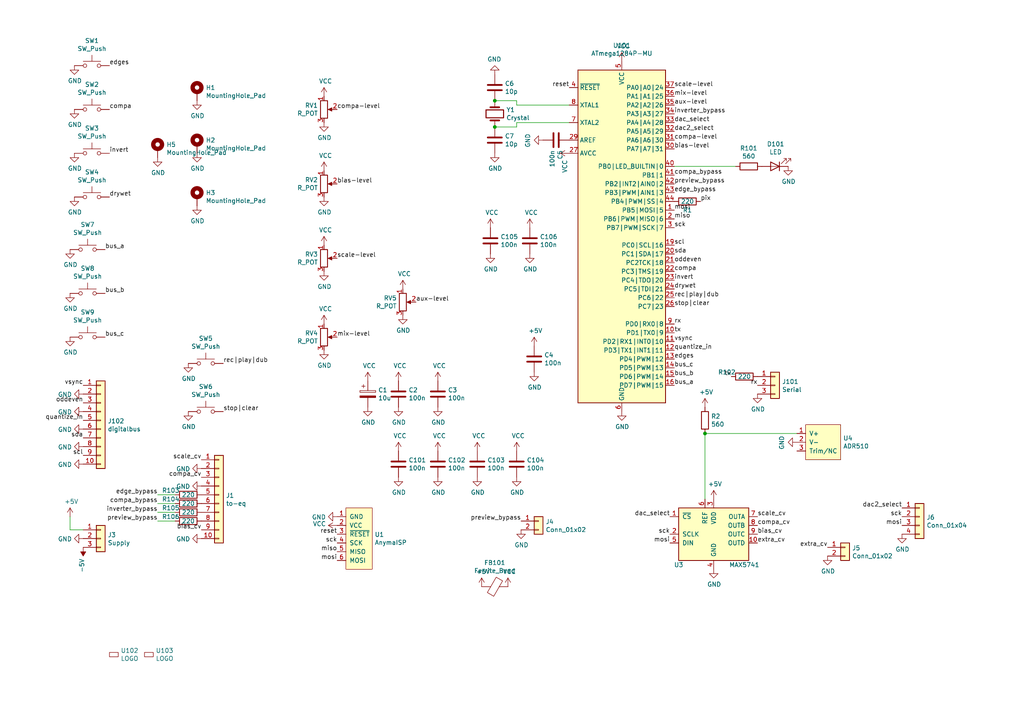
<source format=kicad_sch>
(kicad_sch (version 20211123) (generator eeschema)
  (paper "A4")
  (lib_symbols
    (symbol "Anyma_Library:AnymaISP" (pin_names (offset 1.016))
      (property "Reference" "U" (at 1.27 13.97 0))
      (property "Value" "AnymaISP" (at 3.81 -6.35 0))
      (symbol "AnymaISP_1_1"
        (pin power_out line (at -2.54 10.16 0) (length 2.54) (name "GND") (number "1"))
        (pin power_out line (at -2.54 7.62 0) (length 2.54) (name "VCC") (number "2"))
        (pin bidirectional line (at -2.54 5.08 0) (length 2.54) (name "~{RESET}") (number "3"))
        (pin bidirectional line (at -2.54 2.54 0) (length 2.54) (name "SCK") (number "4"))
        (pin bidirectional line (at -2.54 0 0) (length 2.54) (name "MISO") (number "5"))
        (pin bidirectional line (at -2.54 -2.54 0) (length 2.54) (name "MOSI") (number "6"))
      )
    )
    (symbol "Anyma_Library:LOGO" (pin_names (offset 1.016))
      (property "Reference" "U" (at 0 3.81 0))
      (property "Value" "LOGO" (at 0 0 0))
    )
    (symbol "Connector_Generic:Conn_01x02" (pin_names (offset 1.016) hide)
      (property "Reference" "J" (at 0 2.54 0))
      (property "Value" "Conn_01x02" (at 0 -5.08 0))
      (symbol "Conn_01x02_1_1"
        (pin passive line (at -5.08 0 0) (length 3.81) (name "Pin_1") (number "1"))
        (pin passive line (at -5.08 -2.54 0) (length 3.81) (name "Pin_2") (number "2"))
      )
    )
    (symbol "Connector_Generic:Conn_01x04" (pin_names (offset 1.016) hide)
      (property "Reference" "J" (at 0 5.08 0))
      (property "Value" "Conn_01x04" (at 0 -7.62 0))
      (symbol "Conn_01x04_1_1"
        (pin passive line (at -5.08 2.54 0) (length 3.81) (name "Pin_1") (number "1"))
        (pin passive line (at -5.08 0 0) (length 3.81) (name "Pin_2") (number "2"))
        (pin passive line (at -5.08 -2.54 0) (length 3.81) (name "Pin_3") (number "3"))
        (pin passive line (at -5.08 -5.08 0) (length 3.81) (name "Pin_4") (number "4"))
      )
    )
    (symbol "Device:C" (pin_numbers hide) (pin_names (offset 0.254))
      (property "Reference" "C" (at 0.635 2.54 0))
      (property "Value" "C" (at 0.635 -2.54 0))
      (symbol "C_1_1"
        (pin passive line (at 0 3.81 270) (length 2.794) (name "~") (number "1"))
        (pin passive line (at 0 -3.81 90) (length 2.794) (name "~") (number "2"))
      )
    )
    (symbol "Device:CP" (pin_numbers hide) (pin_names (offset 0.254))
      (property "Reference" "C" (at 0.635 2.54 0))
      (property "Value" "Device_CP" (at 0.635 -2.54 0))
      (symbol "CP_1_1"
        (pin passive line (at 0 3.81 270) (length 2.794) (name "~") (number "1"))
        (pin passive line (at 0 -3.81 90) (length 2.794) (name "~") (number "2"))
      )
    )
    (symbol "Device:Crystal" (pin_numbers hide) (pin_names (offset 1.016) hide)
      (property "Reference" "Y" (at 0 3.81 0))
      (property "Value" "Crystal" (at 0 -3.81 0))
      (symbol "Crystal_1_1"
        (pin passive line (at -3.81 0 0) (length 1.27) (name "1") (number "1"))
        (pin passive line (at 3.81 0 180) (length 1.27) (name "2") (number "2"))
      )
    )
    (symbol "Device:Ferrite_Bead" (pin_numbers hide) (pin_names (offset 0))
      (property "Reference" "FB" (at -3.81 0.635 90))
      (property "Value" "Device_Ferrite_Bead" (at 3.81 0 90))
      (symbol "Ferrite_Bead_1_1"
        (pin passive line (at 0 3.81 270) (length 2.54) (name "~") (number "1"))
        (pin passive line (at 0 -3.81 90) (length 2.54) (name "~") (number "2"))
      )
    )
    (symbol "Device:LED" (pin_numbers hide) (pin_names (offset 1.016) hide)
      (property "Reference" "D" (at 0 2.54 0))
      (property "Value" "LED" (at 0 -2.54 0))
      (symbol "LED_1_1"
        (pin passive line (at -3.81 0 0) (length 2.54) (name "K") (number "1"))
        (pin passive line (at 3.81 0 180) (length 2.54) (name "A") (number "2"))
      )
    )
    (symbol "Device:R" (pin_numbers hide) (pin_names (offset 0))
      (property "Reference" "R" (at 2.032 0 90))
      (property "Value" "R" (at 0 0 90))
      (symbol "R_1_1"
        (pin passive line (at 0 3.81 270) (length 1.27) (name "~") (number "1"))
        (pin passive line (at 0 -3.81 90) (length 1.27) (name "~") (number "2"))
      )
    )
    (symbol "Mechanical:MountingHole_Pad" (pin_numbers hide) (pin_names (offset 1.016) hide)
      (property "Reference" "H" (at 0 6.35 0))
      (property "Value" "MountingHole_Pad" (at 0 4.445 0))
      (symbol "MountingHole_Pad_1_1"
        (pin input line (at 0 -2.54 90) (length 2.54) (name "1") (number "1"))
      )
    )
    (symbol "power:+5V" (power) (pin_names (offset 0))
      (property "Value" "+5V" (at 0 3.556 0))
      (symbol "+5V_1_1"
        (pin power_in line (at 0 0 90) (length 0) hide (name "+5V") (number "1"))
      )
    )
    (symbol "power:-5V" (power) (pin_names (offset 0))
      (property "Value" "-5V" (at 0 3.81 0))
      (symbol "-5V_0_0"
        (pin power_in line (at 0 0 90) (length 0) hide (name "-5V") (number "1"))
      )
    )
    (symbol "power:GND" (power) (pin_names (offset 0))
      (property "Value" "GND" (at 0 -3.81 0))
      (symbol "GND_1_1"
        (pin power_in line (at 0 0 270) (length 0) hide (name "GND") (number "1"))
      )
    )
    (symbol "power:VCC" (power) (pin_names (offset 0))
      (property "Value" "VCC" (at 0 3.81 0))
      (symbol "VCC_1_1"
        (pin power_in line (at 0 0 90) (length 0) hide (name "VCC") (number "1"))
      )
    )
    (symbol "synkie_symbols:ADR510" (pin_names (offset 1.016))
      (property "Reference" "U" (at -1.27 6.35 0))
      (property "Value" "ADR510" (at 0 -6.35 0))
      (symbol "ADR510_1_1"
        (pin input line (at -7.62 2.54 0) (length 2.54) (name "V+") (number "1"))
        (pin input line (at -7.62 0 0) (length 2.54) (name "V-") (number "2"))
        (pin input line (at -7.62 -2.54 0) (length 2.54) (name "Trim/NC") (number "3"))
      )
    )
    (symbol "synkie_symbols:ATmega1284P-MU"
      (property "Reference" "U" (at -12.7 49.53 0))
      (property "Value" "ATmega1284P-MU" (at 2.54 -49.53 0))
      (symbol "ATmega1284P-MU_1_1"
        (pin bidirectional line (at 15.24 7.62 180) (length 2.54) (name "PB5|MOSI|5") (number "1"))
        (pin bidirectional line (at 15.24 -27.94 180) (length 2.54) (name "PD1|TX0|9") (number "10"))
        (pin bidirectional line (at 15.24 -30.48 180) (length 2.54) (name "PD2|RX1|INT0|10") (number "11"))
        (pin bidirectional line (at 15.24 -33.02 180) (length 2.54) (name "PD3|TX1|INT1|11") (number "12"))
        (pin bidirectional line (at 15.24 -35.56 180) (length 2.54) (name "PD4|PWM|12") (number "13"))
        (pin bidirectional line (at 15.24 -38.1 180) (length 2.54) (name "PD5|PWM|13") (number "14"))
        (pin bidirectional line (at 15.24 -40.64 180) (length 2.54) (name "PD6|PWM|14") (number "15"))
        (pin bidirectional line (at 15.24 -43.18 180) (length 2.54) (name "PD7|PWM|15") (number "16"))
        (pin passive line (at 0 50.8 270) (length 2.54) hide (name "VCC") (number "17"))
        (pin passive line (at 0 -50.8 90) (length 2.54) hide (name "GND") (number "18"))
        (pin bidirectional line (at 15.24 -2.54 180) (length 2.54) (name "PC0|SCL|16") (number "19"))
        (pin bidirectional line (at 15.24 5.08 180) (length 2.54) (name "PB6|PWM|MISO|6") (number "2"))
        (pin bidirectional line (at 15.24 -5.08 180) (length 2.54) (name "PC1|SDA|17") (number "20"))
        (pin bidirectional line (at 15.24 -7.62 180) (length 2.54) (name "PC2TCK|18") (number "21"))
        (pin bidirectional line (at 15.24 -10.16 180) (length 2.54) (name "PC3|TMS|19") (number "22"))
        (pin bidirectional line (at 15.24 -12.7 180) (length 2.54) (name "PC4|TDO|20") (number "23"))
        (pin bidirectional line (at 15.24 -15.24 180) (length 2.54) (name "PC5|TDI|21") (number "24"))
        (pin bidirectional line (at 15.24 -17.78 180) (length 2.54) (name "PC6|22") (number "25"))
        (pin bidirectional line (at 15.24 -20.32 180) (length 2.54) (name "PC7|23") (number "26"))
        (pin power_in line (at -15.24 24.13 0) (length 2.54) (name "AVCC") (number "27"))
        (pin passive line (at 0 -50.8 90) (length 2.54) hide (name "GND") (number "28"))
        (pin passive line (at -15.24 27.94 0) (length 2.54) (name "AREF") (number "29"))
        (pin bidirectional line (at 15.24 2.54 180) (length 2.54) (name "PB7|PWM|SCK|7") (number "3"))
        (pin bidirectional line (at 15.24 25.4 180) (length 2.54) (name "PA7|A7|31") (number "30"))
        (pin bidirectional line (at 15.24 27.94 180) (length 2.54) (name "PA6|A6|30") (number "31"))
        (pin bidirectional line (at 15.24 30.48 180) (length 2.54) (name "PA5|A5|29") (number "32"))
        (pin bidirectional line (at 15.24 33.02 180) (length 2.54) (name "PA4|A4|28") (number "33"))
        (pin bidirectional line (at 15.24 35.56 180) (length 2.54) (name "PA3|A3|27") (number "34"))
        (pin bidirectional line (at 15.24 38.1 180) (length 2.54) (name "PA2|A2|26") (number "35"))
        (pin bidirectional line (at 15.24 40.64 180) (length 2.54) (name "PA1|A1|25") (number "36"))
        (pin bidirectional line (at 15.24 43.18 180) (length 2.54) (name "PA0|A0|24") (number "37"))
        (pin passive line (at 0 50.8 270) (length 2.54) hide (name "VCC") (number "38"))
        (pin passive line (at 0 -50.8 90) (length 2.54) hide (name "GND") (number "39"))
        (pin input line (at -15.24 43.18 0) (length 2.54) (name "~{RESET}") (number "4"))
        (pin bidirectional line (at 15.24 20.32 180) (length 2.54) (name "PB0|LED_BUILTIN|0") (number "40"))
        (pin bidirectional line (at 15.24 17.78 180) (length 2.54) (name "PB1|1") (number "41"))
        (pin bidirectional line (at 15.24 15.24 180) (length 2.54) (name "PB2|INT2|AIN0|2") (number "42"))
        (pin bidirectional line (at 15.24 12.7 180) (length 2.54) (name "PB3|PWM|AIN1|3") (number "43"))
        (pin bidirectional line (at 15.24 10.16 180) (length 2.54) (name "PB4|PWM|SS|4") (number "44"))
        (pin passive line (at 0 -50.8 90) (length 2.54) hide (name "GND") (number "45"))
        (pin power_in line (at 0 50.8 270) (length 2.54) (name "VCC") (number "5"))
        (pin power_in line (at 0 -50.8 90) (length 2.54) (name "GND") (number "6"))
        (pin output line (at -15.24 33.02 0) (length 2.54) (name "XTAL2") (number "7"))
        (pin input line (at -15.24 38.1 0) (length 2.54) (name "XTAL1") (number "8"))
        (pin bidirectional line (at 15.24 -25.4 180) (length 2.54) (name "PD0|RX0|8") (number "9"))
      )
    )
    (symbol "synkie_symbols:Conn_01x03" (pin_names (offset 1.016) hide)
      (property "Reference" "J" (at 0 5.08 0))
      (property "Value" "Conn_01x03" (at 0 -5.08 0))
      (symbol "Conn_01x03_1_1"
        (pin passive line (at -5.08 2.54 0) (length 3.81) (name "Pin_1") (number "1"))
        (pin passive line (at -5.08 0 0) (length 3.81) (name "Pin_2") (number "2"))
        (pin passive line (at -5.08 -2.54 0) (length 3.81) (name "Pin_3") (number "3"))
      )
    )
    (symbol "synkie_symbols:Conn_01x10" (pin_names (offset 1.016) hide)
      (property "Reference" "J" (at 0 12.7 0))
      (property "Value" "Conn_01x10" (at 0 -15.24 0))
      (symbol "Conn_01x10_1_1"
        (pin passive line (at -5.08 10.16 0) (length 3.81) (name "Pin_1") (number "1"))
        (pin passive line (at -5.08 -12.7 0) (length 3.81) (name "Pin_10") (number "10"))
        (pin passive line (at -5.08 7.62 0) (length 3.81) (name "Pin_2") (number "2"))
        (pin passive line (at -5.08 5.08 0) (length 3.81) (name "Pin_3") (number "3"))
        (pin passive line (at -5.08 2.54 0) (length 3.81) (name "Pin_4") (number "4"))
        (pin passive line (at -5.08 0 0) (length 3.81) (name "Pin_5") (number "5"))
        (pin passive line (at -5.08 -2.54 0) (length 3.81) (name "Pin_6") (number "6"))
        (pin passive line (at -5.08 -5.08 0) (length 3.81) (name "Pin_7") (number "7"))
        (pin passive line (at -5.08 -7.62 0) (length 3.81) (name "Pin_8") (number "8"))
        (pin passive line (at -5.08 -10.16 0) (length 3.81) (name "Pin_9") (number "9"))
      )
    )
    (symbol "synkie_symbols:MAX5741" (pin_names (offset 1.016))
      (property "Reference" "U" (at -8.89 8.89 0))
      (property "Value" "MAX5741" (at 6.096 8.89 0))
      (symbol "MAX5741_1_1"
        (pin input line (at -12.7 5.08 0) (length 2.54) (name "~{CS}") (number "1"))
        (pin output line (at 12.7 -2.54 180) (length 2.54) (name "OUTD") (number "10"))
        (pin input line (at -12.7 0 0) (length 2.54) (name "SCLK") (number "2"))
        (pin power_in line (at 0 10.16 270) (length 2.54) (name "VDD") (number "3"))
        (pin power_in line (at 0 -10.16 90) (length 2.54) (name "GND") (number "4"))
        (pin input line (at -12.7 -2.54 0) (length 2.54) (name "DIN") (number "5"))
        (pin power_in line (at -2.54 10.16 270) (length 2.54) (name "REF") (number "6"))
        (pin output line (at 12.7 5.08 180) (length 2.54) (name "OUTA") (number "7"))
        (pin output line (at 12.7 2.54 180) (length 2.54) (name "OUTB") (number "8"))
        (pin output line (at 12.7 0 180) (length 2.54) (name "OUTC") (number "9"))
      )
    )
    (symbol "synkie_symbols:R_POT" (pin_names (offset 1.016) hide)
      (property "Reference" "RV" (at -4.445 0 90))
      (property "Value" "R_POT" (at -2.54 0 90))
      (symbol "R_POT_1_1"
        (pin passive line (at 0 3.81 270) (length 1.27) (name "1") (number "1"))
        (pin passive line (at 3.81 0 180) (length 1.27) (name "2") (number "2"))
        (pin passive line (at 0 -3.81 90) (length 1.27) (name "3") (number "3"))
      )
    )
    (symbol "synkie_symbols:SK6812MINI" (pin_names (offset 0.254))
      (property "Reference" "D" (at 5.08 5.715 0))
      (property "Value" "SK6812MINI" (at 1.27 -5.715 0))
      (symbol "SK6812MINI_0_0"
        (text "RGB" (at 2.286 -4.191 0) (effects (font (size 0.762 0.762))))
      )
      (symbol "SK6812MINI_1_1"
        (pin output line (at 7.62 0 180) (length 2.54) (name "DOUT") (number "1"))
        (pin power_in line (at 0 -7.62 90) (length 2.54) (name "VSS") (number "2"))
        (pin input line (at -7.62 0 0) (length 2.54) (name "DIN") (number "3"))
        (pin power_in line (at 0 7.62 270) (length 2.54) (name "VDD") (number "4"))
      )
    )
    (symbol "synkie_symbols:SW_Push" (pin_numbers hide) (pin_names (offset 1.016) hide)
      (property "Reference" "SW" (at 1.27 2.54 0))
      (property "Value" "SW_Push" (at 0 -1.524 0))
      (symbol "SW_Push_0_1"
        (pin passive line (at -5.08 0 0) (length 2.54) (name "1") (number "1"))
        (pin passive line (at 5.08 0 180) (length 2.54) (name "2") (number "2"))
      )
    )
  )
  (junction (at 143.51 36.83))
  (junction (at 143.51 29.21))
  (junction (at 204.47 125.73))
  (wire (pts (xy 149.86 30.48) (xy 149.86 29.21)))
  (wire (pts (xy 20.32 153.67) (xy 20.32 149.86)))
  (wire (pts (xy 165.1 30.48) (xy 149.86 30.48)))
  (wire (pts (xy 24.13 153.67) (xy 20.32 153.67)))
  (wire (pts (xy 204.47 125.73) (xy 204.47 144.78)))
  (wire (pts (xy 204.47 125.73) (xy 231.14 125.73)))
  (wire (pts (xy 149.86 36.83) (xy 143.51 36.83)))
  (wire (pts (xy 149.86 35.56) (xy 149.86 36.83)))
  (wire (pts (xy 50.8 143.51) (xy 45.72 143.51)))
  (wire (pts (xy 50.8 146.05) (xy 45.72 146.05)))
  (wire (pts (xy 149.86 29.21) (xy 143.51 29.21)))
  (wire (pts (xy 50.8 151.13) (xy 45.72 151.13)))
  (wire (pts (xy 195.58 48.26) (xy 213.36 48.26)))
  (wire (pts (xy 165.1 35.56) (xy 149.86 35.56)))
  (wire (pts (xy 50.8 148.59) (xy 45.72 148.59)))
  (label "sck" (at 97.79 157.48 180))
  (label "oddeven" (at 195.58 76.2 0))
  (label "sda" (at 195.58 73.66 0))
  (label "bias-level" (at 97.79 53.34 0))
  (label "bus_c" (at 30.48 97.79 0))
  (label "tx" (at 195.58 96.52 0))
  (label "scl" (at 195.58 71.12 0))
  (label "invert" (at 31.75 44.45 0))
  (label "stop|clear" (at 64.77 119.38 0))
  (label "bias-level" (at 195.58 43.18 0))
  (label "inverter_bypass" (at 195.58 33.02 0))
  (label "mosi" (at 195.58 60.96 0))
  (label "compa" (at 31.75 31.75 0))
  (label "aux-level" (at 120.65 87.63 0))
  (label "bias_cv" (at 219.71 154.94 0))
  (label "pix" (at 203.2 58.42 0))
  (label "bus_a" (at 30.48 72.39 0))
  (label "stop|clear" (at 195.58 88.9 0))
  (label "bus_c" (at 195.58 106.68 0))
  (label "aux-level" (at 195.58 30.48 0))
  (label "reset" (at 97.79 154.94 180))
  (label "scale-level" (at 97.79 74.93 0))
  (label "inverter_bypass" (at 45.72 148.59 180))
  (label "compa_cv" (at 219.71 152.4 0))
  (label "edges" (at 31.75 19.05 0))
  (label "scl" (at 24.13 132.08 180))
  (label "miso" (at 195.58 63.5 0))
  (label "edge_bypass" (at 195.58 55.88 0))
  (label "compa_cv" (at 58.42 138.43 180))
  (label "bias_cv" (at 58.42 153.67 180))
  (label "scale_cv" (at 219.71 149.86 0))
  (label "invert" (at 195.58 81.28 0))
  (label "scale_cv" (at 58.42 133.35 180))
  (label "compa" (at 195.58 78.74 0))
  (label "compa_bypass" (at 45.72 146.05 180))
  (label "drywet" (at 31.75 57.15 0))
  (label "rx" (at 219.71 111.76 180))
  (label "mosi" (at 194.31 157.48 180))
  (label "drywet" (at 195.58 83.82 0))
  (label "preview_bypass" (at 45.72 151.13 180))
  (label "dac2_select" (at 195.58 38.1 0))
  (label "bus_a" (at 195.58 111.76 0))
  (label "quantize_in" (at 195.58 101.6 0))
  (label "sck" (at 261.62 149.86 180))
  (label "scale-level" (at 195.58 25.4 0))
  (label "mix-level" (at 97.79 97.79 0))
  (label "edges" (at 195.58 104.14 0))
  (label "edge_bypass" (at 45.72 143.51 180))
  (label "preview_bypass" (at 195.58 53.34 0))
  (label "sck" (at 195.58 66.04 0))
  (label "pix" (at 102.87 -19.05 180))
  (label "vsync" (at 24.13 111.76 180))
  (label "preview_bypass" (at 151.13 151.13 180))
  (label "dac2_select" (at 261.62 147.32 180))
  (label "bus_b" (at 30.48 85.09 0))
  (label "extra_cv" (at 240.03 158.75 180))
  (label "mosi" (at 97.79 162.56 180))
  (label "compa-level" (at 195.58 40.64 0))
  (label "bus_b" (at 195.58 109.22 0))
  (label "extra_cv" (at 219.71 157.48 0))
  (label "dac_select" (at 195.58 35.56 0))
  (label "rx" (at 195.58 93.98 0))
  (label "miso" (at 97.79 160.02 180))
  (label "rec|play|dub" (at 195.58 86.36 0))
  (label "reset" (at 165.1 25.4 180))
  (label "tx" (at 212.09 109.22 180))
  (label "compa-level" (at 97.79 31.75 0))
  (label "mix-level" (at 195.58 27.94 0))
  (label "dac_select" (at 194.31 149.86 180))
  (label "rec|play|dub" (at 64.77 105.41 0))
  (label "sda" (at 24.13 127 180))
  (label "quantize_in" (at 24.13 121.92 180))
  (label "oddeven" (at 24.13 116.84 180))
  (label "vsync" (at 195.58 99.06 0))
  (label "compa_bypass" (at 195.58 50.8 0))
  (label "mosi" (at 261.62 152.4 180))
  (label "sck" (at 194.31 154.94 180))
  (symbol (lib_id "synkie_symbols:SW_Push") (at 26.67 19.05 0) (unit 1)
    (property "Reference" "SW1" (at 26.67 11.811 0))
    (property "Value" "SW_Push" (at 26.67 14.1224 0))
    (property "Footprint" "synkie_footprints:Alps_Tactile_Switch" (effects hide))
  )
  (symbol (lib_id "power:GND") (at 21.59 19.05 0) (unit 1)
    (property "Reference" "#PWR0101" (effects hide))
    (property "Value" "GND" (at 21.717 23.4442 0))
  )
  (symbol (lib_id "synkie_symbols:SW_Push") (at 26.67 31.75 0) (unit 1)
    (property "Reference" "SW2" (at 26.67 24.511 0))
    (property "Value" "SW_Push" (at 26.67 26.8224 0))
    (property "Footprint" "synkie_footprints:Alps_Tactile_Switch" (effects hide))
  )
  (symbol (lib_id "power:GND") (at 21.59 31.75 0) (unit 1)
    (property "Reference" "#PWR0102" (effects hide))
    (property "Value" "GND" (at 21.717 36.1442 0))
  )
  (symbol (lib_id "synkie_symbols:SW_Push") (at 26.67 44.45 0) (unit 1)
    (property "Reference" "SW3" (at 26.67 37.211 0))
    (property "Value" "SW_Push" (at 26.67 39.5224 0))
    (property "Footprint" "synkie_footprints:Alps_Tactile_Switch" (effects hide))
  )
  (symbol (lib_id "power:GND") (at 21.59 44.45 0) (unit 1)
    (property "Reference" "#PWR0103" (effects hide))
    (property "Value" "GND" (at 21.717 48.8442 0))
  )
  (symbol (lib_id "synkie_symbols:SW_Push") (at 26.67 57.15 0) (unit 1)
    (property "Reference" "SW4" (at 26.67 49.911 0))
    (property "Value" "SW_Push" (at 26.67 52.2224 0))
    (property "Footprint" "synkie_footprints:Alps_Tactile_Switch" (effects hide))
  )
  (symbol (lib_id "power:GND") (at 21.59 57.15 0) (unit 1)
    (property "Reference" "#PWR0104" (effects hide))
    (property "Value" "GND" (at 21.717 61.5442 0))
  )
  (symbol (lib_id "synkie_symbols:R_POT") (at 93.98 31.75 0) (unit 1)
    (property "Reference" "RV1" (at 92.2274 30.5816 0) (effects (justify right)))
    (property "Value" "R_POT" (at 92.2274 32.893 0) (effects (justify right)))
    (property "Footprint" "synkie_footprints:Potentiometer_Alps_RK09K_Single_Vertical" (effects hide))
  )
  (symbol (lib_id "power:GND") (at 93.98 35.56 0) (unit 1)
    (property "Reference" "#PWR0105" (effects hide))
    (property "Value" "GND" (at 94.107 39.9542 0))
  )
  (symbol (lib_id "power:VCC") (at 93.98 27.94 0) (unit 1)
    (property "Reference" "#PWR0106" (effects hide))
    (property "Value" "VCC" (at 94.4118 23.5458 0))
  )
  (symbol (lib_id "synkie_symbols:R_POT") (at 93.98 53.34 0) (unit 1)
    (property "Reference" "RV2" (at 92.2274 52.1716 0) (effects (justify right)))
    (property "Value" "R_POT" (at 92.2274 54.483 0) (effects (justify right)))
    (property "Footprint" "synkie_footprints:Potentiometer_Alps_RK09K_Single_Vertical" (effects hide))
  )
  (symbol (lib_id "power:GND") (at 93.98 57.15 0) (unit 1)
    (property "Reference" "#PWR0107" (effects hide))
    (property "Value" "GND" (at 94.107 61.5442 0))
  )
  (symbol (lib_id "power:VCC") (at 93.98 49.53 0) (unit 1)
    (property "Reference" "#PWR0108" (effects hide))
    (property "Value" "VCC" (at 94.4118 45.1358 0))
  )
  (symbol (lib_id "synkie_symbols:R_POT") (at 93.98 74.93 0) (unit 1)
    (property "Reference" "RV3" (at 92.2274 73.7616 0) (effects (justify right)))
    (property "Value" "R_POT" (at 92.2274 76.073 0) (effects (justify right)))
    (property "Footprint" "synkie_footprints:Potentiometer_Alps_RK09K_Single_Vertical" (effects hide))
  )
  (symbol (lib_id "power:GND") (at 93.98 78.74 0) (unit 1)
    (property "Reference" "#PWR0109" (effects hide))
    (property "Value" "GND" (at 94.107 83.1342 0))
  )
  (symbol (lib_id "power:VCC") (at 93.98 71.12 0) (unit 1)
    (property "Reference" "#PWR0110" (effects hide))
    (property "Value" "VCC" (at 94.4118 66.7258 0))
  )
  (symbol (lib_id "synkie_symbols:R_POT") (at 93.98 97.79 0) (unit 1)
    (property "Reference" "RV4" (at 92.2274 96.6216 0) (effects (justify right)))
    (property "Value" "R_POT" (at 92.2274 98.933 0) (effects (justify right)))
    (property "Footprint" "synkie_footprints:Potentiometer_Alps_RS6011xP_Slide" (effects hide))
  )
  (symbol (lib_id "power:GND") (at 93.98 101.6 0) (unit 1)
    (property "Reference" "#PWR0111" (effects hide))
    (property "Value" "GND" (at 94.107 105.9942 0))
  )
  (symbol (lib_id "power:VCC") (at 93.98 93.98 0) (unit 1)
    (property "Reference" "#PWR0112" (effects hide))
    (property "Value" "VCC" (at 94.4118 89.5858 0))
  )
  (symbol (lib_id "synkie_symbols:SW_Push") (at 59.69 105.41 0) (unit 1)
    (property "Reference" "SW5" (at 59.69 98.171 0))
    (property "Value" "SW_Push" (at 59.69 100.4824 0))
    (property "Footprint" "synkie_footprints:Alps_Tactile_Switch" (effects hide))
  )
  (symbol (lib_id "power:GND") (at 54.61 105.41 0) (unit 1)
    (property "Reference" "#PWR0113" (effects hide))
    (property "Value" "GND" (at 54.737 109.8042 0))
  )
  (symbol (lib_id "synkie_symbols:SW_Push") (at 59.69 119.38 0) (unit 1)
    (property "Reference" "SW6" (at 59.69 112.141 0))
    (property "Value" "SW_Push" (at 59.69 114.4524 0))
    (property "Footprint" "synkie_footprints:Alps_Tactile_Switch" (effects hide))
  )
  (symbol (lib_id "power:GND") (at 54.61 119.38 0) (unit 1)
    (property "Reference" "#PWR0114" (effects hide))
    (property "Value" "GND" (at 54.737 123.7742 0))
  )
  (symbol (lib_id "synkie_symbols:Conn_01x10") (at 63.5 143.51 0) (unit 1)
    (property "Reference" "J1" (at 65.532 143.7132 0) (effects (justify left)))
    (property "Value" "to-eq" (at 65.532 146.0246 0) (effects (justify left)))
    (property "Footprint" "synkie_footprints:IDC-Header_2x05_P2.54mm_Vertical" (effects hide))
  )
  (symbol (lib_id "Anyma_Library:AnymaISP") (at 100.33 160.02 0) (unit 1)
    (property "Reference" "U1" (at 108.6612 155.0416 0) (effects (justify left)))
    (property "Value" "AnymaISP" (at 108.6612 157.353 0) (effects (justify left)))
    (property "Footprint" "synkie_footprints:PinHeader_1x06_P2.54mm_Vertical" (effects hide))
  )
  (symbol (lib_id "power:GND") (at 180.34 119.38 0) (unit 1)
    (property "Reference" "#PWR0121" (effects hide))
    (property "Value" "GND" (at 180.467 123.7742 0))
  )
  (symbol (lib_id "power:VCC") (at 165.1 44.45 90) (unit 1)
    (property "Reference" "#PWR0122" (effects hide))
    (property "Value" "VCC" (at 163.83 48.26 0))
  )
  (symbol (lib_id "power:VCC") (at 180.34 17.78 0) (unit 1)
    (property "Reference" "#PWR0123" (effects hide))
    (property "Value" "VCC" (at 180.7718 13.3858 0))
  )
  (symbol (lib_id "power:GND") (at 97.79 149.86 270) (unit 1)
    (property "Reference" "#PWR0124" (effects hide))
    (property "Value" "GND" (at 94.5388 149.987 90) (effects (justify right)))
  )
  (symbol (lib_id "power:VCC") (at 97.79 152.4 90) (unit 1)
    (property "Reference" "#PWR0125" (effects hide))
    (property "Value" "VCC" (at 94.5642 151.9428 90) (effects (justify left)))
  )
  (symbol (lib_id "Device:R") (at 199.39 58.42 270) (unit 1)
    (property "Reference" "R1" (at 199.39 60.96 90))
    (property "Value" "220" (at 199.39 58.42 90))
    (property "Footprint" "synkie_footprints:R_0805_2012Metric_Pad1.15x1.40mm_HandSolder" (effects hide))
  )
  (symbol (lib_id "synkie_symbols:SK6812MINI") (at 110.49 -19.05 0) (unit 1)
    (property "Reference" "D1" (at 119.2276 -20.2184 0) (effects (justify left)))
    (property "Value" "SK6812MINI" (at 119.2276 -17.907 0) (effects (justify left)))
    (property "Footprint" "Anyma06:SK6812-MINI-HS" (effects hide))
    (property "Datasheet" "https://cdn-shop.adafruit.com/product-files/2686/SK6812MINI_REV.01-1-2.pdf" (effects hide))
  )
  (symbol (lib_id "power:VCC") (at 110.49 -26.67 0) (unit 1)
    (property "Reference" "#PWR0127" (effects hide))
    (property "Value" "VCC" (at 110.9218 -31.0642 0))
  )
  (symbol (lib_id "power:GND") (at 110.49 -11.43 0) (unit 1)
    (property "Reference" "#PWR0128" (effects hide))
    (property "Value" "GND" (at 110.617 -7.0358 0))
  )
  (symbol (lib_id "synkie_symbols:SK6812MINI") (at 125.73 -19.05 0) (unit 1)
    (property "Reference" "D2" (at 134.4676 -20.2184 0) (effects (justify left)))
    (property "Value" "SK6812MINI" (at 134.4676 -17.907 0) (effects (justify left)))
    (property "Footprint" "Anyma06:SK6812-MINI-HS" (effects hide))
    (property "Datasheet" "https://cdn-shop.adafruit.com/product-files/2686/SK6812MINI_REV.01-1-2.pdf" (effects hide))
  )
  (symbol (lib_id "power:VCC") (at 125.73 -26.67 0) (unit 1)
    (property "Reference" "#PWR0129" (effects hide))
    (property "Value" "VCC" (at 126.1618 -31.0642 0))
  )
  (symbol (lib_id "power:GND") (at 125.73 -11.43 0) (unit 1)
    (property "Reference" "#PWR0130" (effects hide))
    (property "Value" "GND" (at 125.857 -7.0358 0))
  )
  (symbol (lib_id "synkie_symbols:SK6812MINI") (at 140.97 -19.05 0) (unit 1)
    (property "Reference" "D3" (at 149.7076 -20.2184 0) (effects (justify left)))
    (property "Value" "SK6812MINI" (at 149.7076 -17.907 0) (effects (justify left)))
    (property "Footprint" "Anyma06:SK6812-MINI-HS" (effects hide))
    (property "Datasheet" "https://cdn-shop.adafruit.com/product-files/2686/SK6812MINI_REV.01-1-2.pdf" (effects hide))
  )
  (symbol (lib_id "power:VCC") (at 140.97 -26.67 0) (unit 1)
    (property "Reference" "#PWR0131" (effects hide))
    (property "Value" "VCC" (at 141.4018 -31.0642 0))
  )
  (symbol (lib_id "power:GND") (at 140.97 -11.43 0) (unit 1)
    (property "Reference" "#PWR0132" (effects hide))
    (property "Value" "GND" (at 141.097 -7.0358 0))
  )
  (symbol (lib_id "synkie_symbols:SK6812MINI") (at 156.21 -19.05 0) (unit 1)
    (property "Reference" "D4" (at 164.9476 -20.2184 0) (effects (justify left)))
    (property "Value" "SK6812MINI" (at 164.9476 -17.907 0) (effects (justify left)))
    (property "Footprint" "Anyma06:SK6812-MINI-HS" (effects hide))
    (property "Datasheet" "https://cdn-shop.adafruit.com/product-files/2686/SK6812MINI_REV.01-1-2.pdf" (effects hide))
  )
  (symbol (lib_id "power:VCC") (at 156.21 -26.67 0) (unit 1)
    (property "Reference" "#PWR0133" (effects hide))
    (property "Value" "VCC" (at 156.6418 -31.0642 0))
  )
  (symbol (lib_id "power:GND") (at 156.21 -11.43 0) (unit 1)
    (property "Reference" "#PWR0134" (effects hide))
    (property "Value" "GND" (at 156.337 -7.0358 0))
  )
  (symbol (lib_id "synkie_symbols:SK6812MINI") (at 171.45 -19.05 0) (unit 1)
    (property "Reference" "D5" (at 180.1876 -20.2184 0) (effects (justify left)))
    (property "Value" "SK6812MINI" (at 180.1876 -17.907 0) (effects (justify left)))
    (property "Footprint" "Anyma06:SK6812-MINI-HS" (effects hide))
    (property "Datasheet" "https://cdn-shop.adafruit.com/product-files/2686/SK6812MINI_REV.01-1-2.pdf" (effects hide))
  )
  (symbol (lib_id "power:VCC") (at 171.45 -26.67 0) (unit 1)
    (property "Reference" "#PWR0135" (effects hide))
    (property "Value" "VCC" (at 171.8818 -31.0642 0))
  )
  (symbol (lib_id "power:GND") (at 171.45 -11.43 0) (unit 1)
    (property "Reference" "#PWR0136" (effects hide))
    (property "Value" "GND" (at 171.577 -7.0358 0))
  )
  (symbol (lib_id "synkie_symbols:SK6812MINI") (at 186.69 -19.05 0) (unit 1)
    (property "Reference" "D6" (at 195.4276 -20.2184 0) (effects (justify left)))
    (property "Value" "SK6812MINI" (at 195.4276 -17.907 0) (effects (justify left)))
    (property "Footprint" "Anyma06:SK6812-MINI-HS" (effects hide))
    (property "Datasheet" "https://cdn-shop.adafruit.com/product-files/2686/SK6812MINI_REV.01-1-2.pdf" (effects hide))
  )
  (symbol (lib_id "power:VCC") (at 186.69 -26.67 0) (unit 1)
    (property "Reference" "#PWR0137" (effects hide))
    (property "Value" "VCC" (at 187.1218 -31.0642 0))
  )
  (symbol (lib_id "power:GND") (at 186.69 -11.43 0) (unit 1)
    (property "Reference" "#PWR0138" (effects hide))
    (property "Value" "GND" (at 186.817 -7.0358 0))
  )
  (symbol (lib_id "synkie_symbols:ADR510") (at 238.76 128.27 0) (unit 1)
    (property "Reference" "U4" (at 244.5512 127.1016 0) (effects (justify left)))
    (property "Value" "ADR510" (at 244.5512 129.413 0) (effects (justify left)))
    (property "Footprint" "synkie_footprints:SOT-23" (effects hide))
  )
  (symbol (lib_id "Device:C") (at 154.94 104.14 0) (unit 1)
    (property "Reference" "C4" (at 157.861 102.9716 0) (effects (justify left)))
    (property "Value" "100n" (at 157.861 105.283 0) (effects (justify left)))
    (property "Footprint" "synkie_footprints:R_0603_1608Metric_Pad1.05x0.95mm_HandSolder" (effects hide))
  )
  (symbol (lib_id "power:+5V") (at 154.94 100.33 0) (unit 1)
    (property "Reference" "#PWR0118" (effects hide))
    (property "Value" "+5V" (at 155.321 95.9358 0))
  )
  (symbol (lib_id "Device:C") (at 127 114.3 0) (unit 1)
    (property "Reference" "C3" (at 129.921 113.1316 0) (effects (justify left)))
    (property "Value" "100n" (at 129.921 115.443 0) (effects (justify left)))
    (property "Footprint" "synkie_footprints:R_0603_1608Metric_Pad1.05x0.95mm_HandSolder" (effects hide))
  )
  (symbol (lib_id "power:GND") (at 127 118.11 0) (unit 1)
    (property "Reference" "#PWR0119" (effects hide))
    (property "Value" "GND" (at 127.127 122.5042 0))
  )
  (symbol (lib_id "power:VCC") (at 127 110.49 0) (unit 1)
    (property "Reference" "#PWR0120" (effects hide))
    (property "Value" "VCC" (at 127.4318 106.0958 0))
  )
  (symbol (lib_id "Device:C") (at 115.57 114.3 0) (unit 1)
    (property "Reference" "C2" (at 118.491 113.1316 0) (effects (justify left)))
    (property "Value" "100n" (at 118.491 115.443 0) (effects (justify left)))
    (property "Footprint" "synkie_footprints:R_0603_1608Metric_Pad1.05x0.95mm_HandSolder" (effects hide))
  )
  (symbol (lib_id "power:GND") (at 115.57 118.11 0) (unit 1)
    (property "Reference" "#PWR0126" (effects hide))
    (property "Value" "GND" (at 115.697 122.5042 0))
  )
  (symbol (lib_id "power:VCC") (at 115.57 110.49 0) (unit 1)
    (property "Reference" "#PWR0139" (effects hide))
    (property "Value" "VCC" (at 116.0018 106.0958 0))
  )
  (symbol (lib_id "synkie_symbols:MAX5741") (at 207.01 154.94 0) (unit 1)
    (property "Reference" "U3" (at 196.85 163.83 0))
    (property "Value" "MAX5741" (at 215.9 163.83 0))
    (property "Footprint" "Package_SO:MSOP-10_3x3mm_P0.5mm" (effects hide))
    (property "Datasheet" "https://datasheets.maximintegrated.com/en/ds/MAX5741.pdf" (effects hide))
  )
  (symbol (lib_id "power:+5V") (at 207.01 144.78 0) (unit 1)
    (property "Reference" "#PWR0140" (effects hide))
    (property "Value" "+5V" (at 207.391 140.3858 0))
  )
  (symbol (lib_id "power:+5V") (at 204.47 118.11 0) (unit 1)
    (property "Reference" "#PWR0141" (effects hide))
    (property "Value" "+5V" (at 204.851 113.7158 0))
  )
  (symbol (lib_id "Device:R") (at 204.47 121.92 0) (unit 1)
    (property "Reference" "R2" (at 206.248 120.7516 0) (effects (justify left)))
    (property "Value" "560" (at 206.248 123.063 0) (effects (justify left)))
    (property "Footprint" "synkie_footprints:R_0805_2012Metric_Pad1.15x1.40mm_HandSolder" (effects hide))
  )
  (symbol (lib_id "synkie_symbols:Conn_01x03") (at 29.21 156.21 0) (unit 1)
    (property "Reference" "J3" (at 31.242 155.1432 0) (effects (justify left)))
    (property "Value" "Supply" (at 31.242 157.4546 0) (effects (justify left)))
    (property "Footprint" "synkie_footprints:Molex_KK-254_AE-6410-03A_1x03_P2.54mm_Vertical" (effects hide))
  )
  (symbol (lib_id "power:GND") (at 24.13 114.3 270) (unit 1)
    (property "Reference" "#PWR0143" (effects hide))
    (property "Value" "GND" (at 20.8788 114.427 90) (effects (justify right)))
  )
  (symbol (lib_id "power:+5V") (at 20.32 149.86 0) (unit 1)
    (property "Reference" "#PWR0145" (effects hide))
    (property "Value" "+5V" (at 20.701 145.4658 0))
  )
  (symbol (lib_id "power:-5V") (at 24.13 158.75 180) (unit 1)
    (property "Reference" "#PWR0146" (effects hide))
    (property "Value" "-5V" (at 23.749 162.0012 90) (effects (justify left)))
  )
  (symbol (lib_id "power:VCC") (at 106.68 110.49 0) (unit 1)
    (property "Reference" "#PWR0147" (effects hide))
    (property "Value" "VCC" (at 107.1118 106.0958 0))
  )
  (symbol (lib_id "Device:CP") (at 106.68 114.3 0) (unit 1)
    (property "Reference" "C1" (at 109.6772 113.1316 0) (effects (justify left)))
    (property "Value" "10u" (at 109.6772 115.443 0) (effects (justify left)))
    (property "Footprint" "synkie_footprints:CP_EIA-3528-21_Kemet-B_Pad1.50x2.35mm_HandSolder" (effects hide))
  )
  (symbol (lib_id "power:GND") (at 106.68 118.11 0) (unit 1)
    (property "Reference" "#PWR0148" (effects hide))
    (property "Value" "GND" (at 106.807 122.5042 0))
  )
  (symbol (lib_id "synkie_symbols:SW_Push") (at 25.4 72.39 0) (unit 1)
    (property "Reference" "SW7" (at 25.4 65.151 0))
    (property "Value" "SW_Push" (at 25.4 67.4624 0))
    (property "Footprint" "synkie_footprints:Alps_Tactile_Switch" (effects hide))
  )
  (symbol (lib_id "power:GND") (at 20.32 72.39 0) (unit 1)
    (property "Reference" "#PWR0155" (effects hide))
    (property "Value" "GND" (at 20.447 76.7842 0))
  )
  (symbol (lib_id "synkie_symbols:SW_Push") (at 25.4 85.09 0) (unit 1)
    (property "Reference" "SW8" (at 25.4 77.851 0))
    (property "Value" "SW_Push" (at 25.4 80.1624 0))
    (property "Footprint" "synkie_footprints:Alps_Tactile_Switch" (effects hide))
  )
  (symbol (lib_id "power:GND") (at 20.32 85.09 0) (unit 1)
    (property "Reference" "#PWR0156" (effects hide))
    (property "Value" "GND" (at 20.447 89.4842 0))
  )
  (symbol (lib_id "synkie_symbols:SW_Push") (at 25.4 97.79 0) (unit 1)
    (property "Reference" "SW9" (at 25.4 90.551 0))
    (property "Value" "SW_Push" (at 25.4 92.8624 0))
    (property "Footprint" "synkie_footprints:Alps_Tactile_Switch" (effects hide))
  )
  (symbol (lib_id "power:GND") (at 20.32 97.79 0) (unit 1)
    (property "Reference" "#PWR0157" (effects hide))
    (property "Value" "GND" (at 20.447 102.1842 0))
  )
  (symbol (lib_id "synkie_symbols:R_POT") (at 116.84 87.63 0) (unit 1)
    (property "Reference" "RV5" (at 115.0874 86.4616 0) (effects (justify right)))
    (property "Value" "R_POT" (at 115.0874 88.773 0) (effects (justify right)))
    (property "Footprint" "synkie_footprints:Potentiometer_Alps_RK09K_Single_Vertical" (effects hide))
  )
  (symbol (lib_id "power:GND") (at 116.84 91.44 0) (unit 1)
    (property "Reference" "#PWR0158" (effects hide))
    (property "Value" "GND" (at 116.967 95.8342 0))
  )
  (symbol (lib_id "power:VCC") (at 116.84 83.82 0) (unit 1)
    (property "Reference" "#PWR0159" (effects hide))
    (property "Value" "VCC" (at 117.2718 79.4258 0))
  )
  (symbol (lib_id "synkie_symbols:SK6812MINI") (at 201.93 -19.05 0) (unit 1)
    (property "Reference" "D7" (at 210.6676 -20.2184 0) (effects (justify left)))
    (property "Value" "SK6812MINI" (at 210.6676 -17.907 0) (effects (justify left)))
    (property "Footprint" "Anyma06:SK6812-MINI-HS" (effects hide))
    (property "Datasheet" "https://cdn-shop.adafruit.com/product-files/2686/SK6812MINI_REV.01-1-2.pdf" (effects hide))
  )
  (symbol (lib_id "power:VCC") (at 201.93 -26.67 0) (unit 1)
    (property "Reference" "#PWR0161" (effects hide))
    (property "Value" "VCC" (at 202.3618 -31.0642 0))
  )
  (symbol (lib_id "power:GND") (at 201.93 -11.43 0) (unit 1)
    (property "Reference" "#PWR0162" (effects hide))
    (property "Value" "GND" (at 202.057 -7.0358 0))
  )
  (symbol (lib_id "synkie_symbols:SK6812MINI") (at 217.17 -19.05 0) (unit 1)
    (property "Reference" "D8" (at 225.9076 -20.2184 0) (effects (justify left)))
    (property "Value" "SK6812MINI" (at 225.9076 -17.907 0) (effects (justify left)))
    (property "Footprint" "Anyma06:SK6812-MINI-HS" (effects hide))
    (property "Datasheet" "https://cdn-shop.adafruit.com/product-files/2686/SK6812MINI_REV.01-1-2.pdf" (effects hide))
  )
  (symbol (lib_id "power:VCC") (at 217.17 -26.67 0) (unit 1)
    (property "Reference" "#PWR0163" (effects hide))
    (property "Value" "VCC" (at 217.6018 -31.0642 0))
  )
  (symbol (lib_id "power:GND") (at 217.17 -11.43 0) (unit 1)
    (property "Reference" "#PWR0164" (effects hide))
    (property "Value" "GND" (at 217.297 -7.0358 0))
  )
  (symbol (lib_id "synkie_symbols:SK6812MINI") (at 232.41 -19.05 0) (unit 1)
    (property "Reference" "D9" (at 241.1476 -20.2184 0) (effects (justify left)))
    (property "Value" "SK6812MINI" (at 241.1476 -17.907 0) (effects (justify left)))
    (property "Footprint" "Anyma06:SK6812-MINI-HS" (effects hide))
    (property "Datasheet" "https://cdn-shop.adafruit.com/product-files/2686/SK6812MINI_REV.01-1-2.pdf" (effects hide))
  )
  (symbol (lib_id "power:VCC") (at 232.41 -26.67 0) (unit 1)
    (property "Reference" "#PWR0165" (effects hide))
    (property "Value" "VCC" (at 232.8418 -31.0642 0))
  )
  (symbol (lib_id "power:GND") (at 232.41 -11.43 0) (unit 1)
    (property "Reference" "#PWR0166" (effects hide))
    (property "Value" "GND" (at 232.537 -7.0358 0))
  )
  (symbol (lib_id "Device:Crystal") (at 143.51 33.02 270) (unit 1)
    (property "Reference" "Y1" (at 146.8374 31.8516 90) (effects (justify left)))
    (property "Value" "Crystal" (at 146.8374 34.163 90) (effects (justify left)))
    (property "Footprint" "Crystal:Crystal_SMD_HC49-SD" (effects hide))
  )
  (symbol (lib_id "Device:C") (at 143.51 25.4 0) (unit 1)
    (property "Reference" "C6" (at 146.431 24.2316 0) (effects (justify left)))
    (property "Value" "10p" (at 146.431 26.543 0) (effects (justify left)))
    (property "Footprint" "synkie_footprints:R_0805_2012Metric_Pad1.15x1.40mm_HandSolder" (effects hide))
  )
  (symbol (lib_id "Device:C") (at 143.51 40.64 0) (unit 1)
    (property "Reference" "C7" (at 146.431 39.4716 0) (effects (justify left)))
    (property "Value" "10p" (at 146.431 41.783 0) (effects (justify left)))
    (property "Footprint" "synkie_footprints:R_0805_2012Metric_Pad1.15x1.40mm_HandSolder" (effects hide))
  )
  (symbol (lib_id "power:GND") (at 143.51 44.45 0) (unit 1)
    (property "Reference" "#PWR0174" (effects hide))
    (property "Value" "GND" (at 143.637 48.8442 0))
  )
  (symbol (lib_id "power:GND") (at 143.51 21.59 180) (unit 1)
    (property "Reference" "#PWR0175" (effects hide))
    (property "Value" "GND" (at 143.383 17.1958 0))
  )
  (symbol (lib_id "Device:C") (at 161.29 40.64 270) (unit 1)
    (property "Reference" "C5" (at 162.4584 43.561 0) (effects (justify left)))
    (property "Value" "100n" (at 160.147 43.561 0) (effects (justify left)))
    (property "Footprint" "synkie_footprints:R_0603_1608Metric_Pad1.05x0.95mm_HandSolder" (effects hide))
  )
  (symbol (lib_id "power:GND") (at 157.48 40.64 270) (unit 1)
    (property "Reference" "#PWR0176" (effects hide))
    (property "Value" "GND" (at 153.0858 40.767 0))
  )
  (symbol (lib_id "Connector_Generic:Conn_01x04") (at 266.7 149.86 0) (unit 1)
    (property "Reference" "J6" (at 268.732 150.0632 0) (effects (justify left)))
    (property "Value" "Conn_01x04" (at 268.732 152.3746 0) (effects (justify left)))
    (property "Footprint" "synkie_footprints:Molex_KK-254_AE-6410-04A_1x04_P2.54mm_Vertical" (effects hide))
  )
  (symbol (lib_id "power:GND") (at 261.62 154.94 0) (unit 1)
    (property "Reference" "#PWR0177" (effects hide))
    (property "Value" "GND" (at 261.747 159.3342 0))
  )
  (symbol (lib_id "Connector_Generic:Conn_01x02") (at 245.11 158.75 0) (unit 1)
    (property "Reference" "J5" (at 247.142 158.9532 0) (effects (justify left)))
    (property "Value" "Conn_01x02" (at 247.142 161.2646 0) (effects (justify left)))
    (property "Footprint" "synkie_footprints:Molex_KK-254_AE-6410-02A_1x02_P2.54mm_Vertical" (effects hide))
  )
  (symbol (lib_id "Mechanical:MountingHole_Pad") (at 57.15 26.67 0) (unit 1)
    (property "Reference" "H1" (at 59.69 25.4254 0) (effects (justify left)))
    (property "Value" "MountingHole_Pad" (at 59.69 27.7368 0) (effects (justify left)))
    (property "Footprint" "MountingHole:MountingHole_2.7mm_M2.5_DIN965_Pad" (effects hide))
  )
  (symbol (lib_id "power:GND") (at 57.15 29.21 0) (unit 1)
    (property "Reference" "#PWR0179" (effects hide))
    (property "Value" "GND" (at 57.277 33.6042 0))
  )
  (symbol (lib_id "Mechanical:MountingHole_Pad") (at 57.15 41.91 0) (unit 1)
    (property "Reference" "H2" (at 59.69 40.6654 0) (effects (justify left)))
    (property "Value" "MountingHole_Pad" (at 59.69 42.9768 0) (effects (justify left)))
    (property "Footprint" "MountingHole:MountingHole_2.7mm_M2.5_DIN965_Pad" (effects hide))
  )
  (symbol (lib_id "power:GND") (at 57.15 44.45 0) (unit 1)
    (property "Reference" "#PWR0180" (effects hide))
    (property "Value" "GND" (at 57.277 48.8442 0))
  )
  (symbol (lib_id "Mechanical:MountingHole_Pad") (at 57.15 57.15 0) (unit 1)
    (property "Reference" "H3" (at 59.69 55.9054 0) (effects (justify left)))
    (property "Value" "MountingHole_Pad" (at 59.69 58.2168 0) (effects (justify left)))
    (property "Footprint" "MountingHole:MountingHole_2.7mm_M2.5_DIN965_Pad" (effects hide))
  )
  (symbol (lib_id "power:GND") (at 57.15 59.69 0) (unit 1)
    (property "Reference" "#PWR0181" (effects hide))
    (property "Value" "GND" (at 57.277 64.0842 0))
  )
  (symbol (lib_id "Connector_Generic:Conn_01x02") (at 156.21 151.13 0) (unit 1)
    (property "Reference" "J4" (at 158.242 151.3332 0) (effects (justify left)))
    (property "Value" "Conn_01x02" (at 158.242 153.6446 0) (effects (justify left)))
    (property "Footprint" "synkie_footprints:Molex_KK-254_AE-6410-02A_1x02_P2.54mm_Vertical" (effects hide))
  )
  (symbol (lib_id "power:GND") (at 151.13 153.67 0) (unit 1)
    (property "Reference" "#PWR0182" (effects hide))
    (property "Value" "GND" (at 151.257 158.0642 0))
  )
  (symbol (lib_id "synkie_symbols:ATmega1284P-MU") (at 180.34 68.58 0) (unit 1)
    (property "Reference" "U101" (at 180.34 13.1826 0))
    (property "Value" "ATmega1284P-MU" (at 180.34 15.494 0))
    (property "Footprint" "Package_DFN_QFN:QFN-44-1EP_7x7mm_P0.5mm_EP5.2x5.2mm" (effects hide))
    (property "Datasheet" "http://ww1.microchip.com/downloads/en/DeviceDoc/Atmel-8272-8-bit-AVR-microcontroller-ATmega164A_PA-324A_PA-644A_PA-1284_P_datasheet.pdf" (effects hide))
  )
  (symbol (lib_id "synkie_symbols:Conn_01x03") (at 224.79 111.76 0) (unit 1)
    (property "Reference" "J101" (at 226.822 110.6932 0) (effects (justify left)))
    (property "Value" "Serial" (at 226.822 113.0046 0) (effects (justify left)))
    (property "Footprint" "synkie_footprints:Molex_KK-254_AE-6410-03A_1x03_P2.54mm_Vertical" (effects hide))
  )
  (symbol (lib_id "power:GND") (at 219.71 114.3 0) (unit 1)
    (property "Reference" "#PWR0144" (effects hide))
    (property "Value" "GND" (at 219.837 118.6942 0))
  )
  (symbol (lib_id "synkie_symbols:Conn_01x10") (at 29.21 121.92 0) (unit 1)
    (property "Reference" "J102" (at 31.242 122.1232 0) (effects (justify left)))
    (property "Value" "digitalbus" (at 31.242 124.4346 0) (effects (justify left)))
    (property "Footprint" "synkie_footprints:IDC-Header_2x05_P2.54mm_Vertical" (effects hide))
  )
  (symbol (lib_id "power:GND") (at 24.13 119.38 270) (unit 1)
    (property "Reference" "#PWR0160" (effects hide))
    (property "Value" "GND" (at 20.8788 119.507 90) (effects (justify right)))
  )
  (symbol (lib_id "power:GND") (at 24.13 124.46 270) (unit 1)
    (property "Reference" "#PWR0183" (effects hide))
    (property "Value" "GND" (at 20.8788 124.587 90) (effects (justify right)))
  )
  (symbol (lib_id "power:GND") (at 24.13 129.54 270) (unit 1)
    (property "Reference" "#PWR0184" (effects hide))
    (property "Value" "GND" (at 20.8788 129.667 90) (effects (justify right)))
  )
  (symbol (lib_id "power:GND") (at 24.13 134.62 270) (unit 1)
    (property "Reference" "#PWR0185" (effects hide))
    (property "Value" "GND" (at 20.8788 134.747 90) (effects (justify right)))
  )
  (symbol (lib_id "power:+5V") (at 139.7 170.18 0) (unit 1)
    (property "Reference" "#PWR0186" (effects hide))
    (property "Value" "+5V" (at 140.081 165.7858 0))
  )
  (symbol (lib_id "Device:Ferrite_Bead") (at 143.51 170.18 270) (unit 1)
    (property "Reference" "FB101" (at 143.51 163.2204 90))
    (property "Value" "Ferrite_Bead" (at 143.51 165.5318 90))
    (property "Footprint" "synkie_footprints:L_0805_2012Metric_Pad1.15x1.40mm_HandSolder" (effects hide))
  )
  (symbol (lib_id "power:VCC") (at 147.32 170.18 0) (unit 1)
    (property "Reference" "#PWR0187" (effects hide))
    (property "Value" "VCC" (at 147.7518 165.7858 0))
  )
  (symbol (lib_id "Device:R") (at 54.61 143.51 270) (unit 1)
    (property "Reference" "R103" (at 49.53 142.24 90))
    (property "Value" "220" (at 54.61 143.51 90))
    (property "Footprint" "synkie_footprints:R_0805_2012Metric_Pad1.15x1.40mm_HandSolder" (effects hide))
  )
  (symbol (lib_id "Device:R") (at 54.61 146.05 270) (unit 1)
    (property "Reference" "R104" (at 49.53 144.78 90))
    (property "Value" "220" (at 54.61 146.05 90))
    (property "Footprint" "synkie_footprints:R_0805_2012Metric_Pad1.15x1.40mm_HandSolder" (effects hide))
  )
  (symbol (lib_id "Device:R") (at 54.61 148.59 270) (unit 1)
    (property "Reference" "R105" (at 49.53 147.32 90))
    (property "Value" "220" (at 54.61 148.59 90))
    (property "Footprint" "synkie_footprints:R_0805_2012Metric_Pad1.15x1.40mm_HandSolder" (effects hide))
  )
  (symbol (lib_id "Device:R") (at 54.61 151.13 270) (unit 1)
    (property "Reference" "R106" (at 49.53 149.86 90))
    (property "Value" "220" (at 54.61 151.13 90))
    (property "Footprint" "synkie_footprints:R_0805_2012Metric_Pad1.15x1.40mm_HandSolder" (effects hide))
  )
  (symbol (lib_id "Device:R") (at 215.9 109.22 270) (unit 1)
    (property "Reference" "R102" (at 210.82 107.95 90))
    (property "Value" "220" (at 215.9 109.22 90))
    (property "Footprint" "synkie_footprints:R_0805_2012Metric_Pad1.15x1.40mm_HandSolder" (effects hide))
  )
  (symbol (lib_id "Device:C") (at 127 134.62 0) (unit 1)
    (property "Reference" "C102" (at 129.921 133.4516 0) (effects (justify left)))
    (property "Value" "100n" (at 129.921 135.763 0) (effects (justify left)))
    (property "Footprint" "synkie_footprints:R_0603_1608Metric_Pad1.05x0.95mm_HandSolder" (effects hide))
  )
  (symbol (lib_id "power:GND") (at 127 138.43 0) (unit 1)
    (property "Reference" "#PWR0188" (effects hide))
    (property "Value" "GND" (at 127.127 142.8242 0))
  )
  (symbol (lib_id "power:VCC") (at 127 130.81 0) (unit 1)
    (property "Reference" "#PWR0189" (effects hide))
    (property "Value" "VCC" (at 127.4318 126.4158 0))
  )
  (symbol (lib_id "Device:C") (at 115.57 134.62 0) (unit 1)
    (property "Reference" "C101" (at 118.491 133.4516 0) (effects (justify left)))
    (property "Value" "100n" (at 118.491 135.763 0) (effects (justify left)))
    (property "Footprint" "synkie_footprints:R_0603_1608Metric_Pad1.05x0.95mm_HandSolder" (effects hide))
  )
  (symbol (lib_id "power:GND") (at 115.57 138.43 0) (unit 1)
    (property "Reference" "#PWR0190" (effects hide))
    (property "Value" "GND" (at 115.697 142.8242 0))
  )
  (symbol (lib_id "power:VCC") (at 115.57 130.81 0) (unit 1)
    (property "Reference" "#PWR0191" (effects hide))
    (property "Value" "VCC" (at 116.0018 126.4158 0))
  )
  (symbol (lib_id "Device:C") (at 149.86 134.62 0) (unit 1)
    (property "Reference" "C104" (at 152.781 133.4516 0) (effects (justify left)))
    (property "Value" "100n" (at 152.781 135.763 0) (effects (justify left)))
    (property "Footprint" "synkie_footprints:R_0603_1608Metric_Pad1.05x0.95mm_HandSolder" (effects hide))
  )
  (symbol (lib_id "power:GND") (at 149.86 138.43 0) (unit 1)
    (property "Reference" "#PWR0192" (effects hide))
    (property "Value" "GND" (at 149.987 142.8242 0))
  )
  (symbol (lib_id "power:VCC") (at 149.86 130.81 0) (unit 1)
    (property "Reference" "#PWR0193" (effects hide))
    (property "Value" "VCC" (at 150.2918 126.4158 0))
  )
  (symbol (lib_id "Device:C") (at 138.43 134.62 0) (unit 1)
    (property "Reference" "C103" (at 141.351 133.4516 0) (effects (justify left)))
    (property "Value" "100n" (at 141.351 135.763 0) (effects (justify left)))
    (property "Footprint" "synkie_footprints:R_0603_1608Metric_Pad1.05x0.95mm_HandSolder" (effects hide))
  )
  (symbol (lib_id "power:GND") (at 138.43 138.43 0) (unit 1)
    (property "Reference" "#PWR0194" (effects hide))
    (property "Value" "GND" (at 138.557 142.8242 0))
  )
  (symbol (lib_id "power:VCC") (at 138.43 130.81 0) (unit 1)
    (property "Reference" "#PWR0195" (effects hide))
    (property "Value" "VCC" (at 138.8618 126.4158 0))
  )
  (symbol (lib_id "Device:C") (at 153.67 69.85 0) (unit 1)
    (property "Reference" "C106" (at 156.591 68.6816 0) (effects (justify left)))
    (property "Value" "100n" (at 156.591 70.993 0) (effects (justify left)))
    (property "Footprint" "synkie_footprints:R_0603_1608Metric_Pad1.05x0.95mm_HandSolder" (effects hide))
  )
  (symbol (lib_id "power:GND") (at 153.67 73.66 0) (unit 1)
    (property "Reference" "#PWR0196" (effects hide))
    (property "Value" "GND" (at 153.797 78.0542 0))
  )
  (symbol (lib_id "power:VCC") (at 153.67 66.04 0) (unit 1)
    (property "Reference" "#PWR0197" (effects hide))
    (property "Value" "VCC" (at 154.1018 61.6458 0))
  )
  (symbol (lib_id "Device:C") (at 142.24 69.85 0) (unit 1)
    (property "Reference" "C105" (at 145.161 68.6816 0) (effects (justify left)))
    (property "Value" "100n" (at 145.161 70.993 0) (effects (justify left)))
    (property "Footprint" "synkie_footprints:R_0603_1608Metric_Pad1.05x0.95mm_HandSolder" (effects hide))
  )
  (symbol (lib_id "power:GND") (at 142.24 73.66 0) (unit 1)
    (property "Reference" "#PWR0198" (effects hide))
    (property "Value" "GND" (at 142.367 78.0542 0))
  )
  (symbol (lib_id "power:VCC") (at 142.24 66.04 0) (unit 1)
    (property "Reference" "#PWR0199" (effects hide))
    (property "Value" "VCC" (at 142.6718 61.6458 0))
  )
  (symbol (lib_id "power:GND") (at 24.13 156.21 270) (unit 1)
    (property "Reference" "#PWR0115" (effects hide))
    (property "Value" "GND" (at 20.8788 156.337 90) (effects (justify right)))
  )
  (symbol (lib_id "power:GND") (at 58.42 135.89 270) (unit 1)
    (property "Reference" "#PWR0116" (effects hide))
    (property "Value" "GND" (at 55.1688 136.017 90) (effects (justify right)))
  )
  (symbol (lib_id "power:GND") (at 58.42 140.97 270) (unit 1)
    (property "Reference" "#PWR0142" (effects hide))
    (property "Value" "GND" (at 55.1688 141.097 90) (effects (justify right)))
  )
  (symbol (lib_id "power:GND") (at 58.42 156.21 270) (unit 1)
    (property "Reference" "#PWR0150" (effects hide))
    (property "Value" "GND" (at 55.1688 156.337 90) (effects (justify right)))
  )
  (symbol (lib_id "power:GND") (at 240.03 161.29 0) (unit 1)
    (property "Reference" "#PWR0151" (effects hide))
    (property "Value" "GND" (at 240.157 165.6842 0))
  )
  (symbol (lib_id "power:GND") (at 207.01 165.1 0) (unit 1)
    (property "Reference" "#PWR0154" (effects hide))
    (property "Value" "GND" (at 207.137 169.4942 0))
  )
  (symbol (lib_id "power:GND") (at 231.14 128.27 270) (unit 1)
    (property "Reference" "#PWR0178" (effects hide))
    (property "Value" "GND" (at 226.7458 128.397 0))
  )
  (symbol (lib_id "power:GND") (at 154.94 107.95 0) (unit 1)
    (property "Reference" "#PWR0117" (effects hide))
    (property "Value" "GND" (at 155.067 112.3442 0))
  )
  (symbol (lib_id "Device:R") (at 217.17 48.26 270) (unit 1)
    (property "Reference" "R101" (at 217.17 43.0022 90))
    (property "Value" "560" (at 217.17 45.3136 90))
    (property "Footprint" "synkie_footprints:R_0805_2012Metric_Pad1.15x1.40mm_HandSolder" (effects hide))
  )
  (symbol (lib_id "Device:LED") (at 224.79 48.26 180) (unit 1)
    (property "Reference" "D101" (at 224.9678 41.783 0))
    (property "Value" "LED" (at 224.9678 44.0944 0))
    (property "Footprint" "LED_SMD:LED_0805_2012Metric" (effects hide))
  )
  (symbol (lib_id "power:GND") (at 228.6 48.26 0) (unit 1)
    (property "Reference" "#PWR0152" (effects hide))
    (property "Value" "GND" (at 228.727 52.6542 0))
  )
  (symbol (lib_id "Mechanical:MountingHole_Pad") (at 45.72 43.18 0) (unit 1)
    (property "Reference" "H5" (at 48.26 41.9354 0) (effects (justify left)))
    (property "Value" "MountingHole_Pad" (at 48.26 44.2468 0) (effects (justify left)))
    (property "Footprint" "MountingHole:MountingHole_2.7mm_M2.5_DIN965_Pad" (effects hide))
  )
  (symbol (lib_id "power:GND") (at 45.72 45.72 0) (unit 1)
    (property "Reference" "#PWR0153" (effects hide))
    (property "Value" "GND" (at 45.847 50.1142 0))
  )
  (symbol (lib_id "Anyma_Library:LOGO") (at 33.02 191.77 0) (unit 1)
    (property "Reference" "U102" (at 35.0012 188.6966 0) (effects (justify left)))
    (property "Value" "LOGO" (at 35.0012 191.008 0) (effects (justify left)))
    (property "Footprint" "anyma_footprints:logo_anyma" (effects hide))
  )
  (symbol (lib_id "Anyma_Library:LOGO") (at 43.18 191.77 0) (unit 1)
    (property "Reference" "U103" (at 45.1612 188.6966 0) (effects (justify left)))
    (property "Value" "LOGO" (at 45.1612 191.008 0) (effects (justify left)))
    (property "Footprint" "Symbol:OSHW-Logo2_7.3x6mm_SilkScreen" (effects hide))
  )
)
</source>
